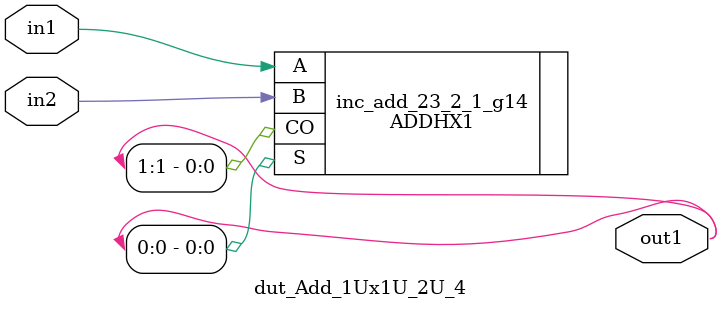
<source format=v>
`timescale 1ps / 1ps


module dut_Add_1Ux1U_2U_4(in2, in1, out1);
  input in2, in1;
  output [1:0] out1;
  wire in2, in1;
  wire [1:0] out1;
  ADDHX1 inc_add_23_2_1_g14(.A (in1), .B (in2), .CO (out1[1]), .S
       (out1[0]));
endmodule



</source>
